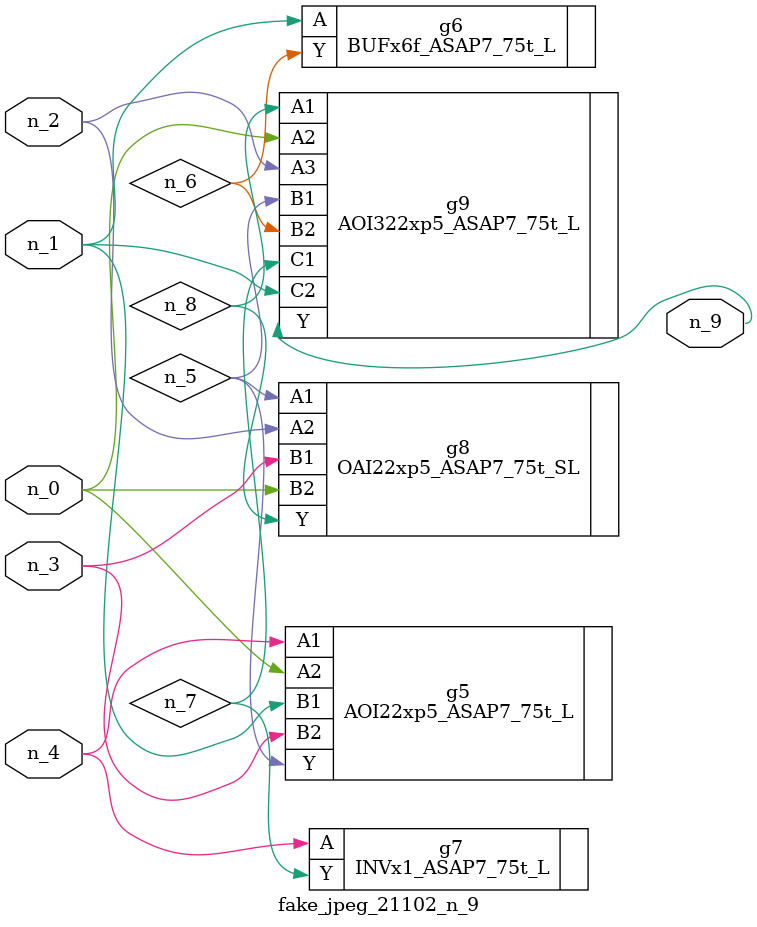
<source format=v>
module fake_jpeg_21102_n_9 (n_3, n_2, n_1, n_0, n_4, n_9);

input n_3;
input n_2;
input n_1;
input n_0;
input n_4;

output n_9;

wire n_8;
wire n_6;
wire n_5;
wire n_7;

AOI22xp5_ASAP7_75t_L g5 ( 
.A1(n_4),
.A2(n_0),
.B1(n_1),
.B2(n_3),
.Y(n_5)
);

BUFx6f_ASAP7_75t_L g6 ( 
.A(n_1),
.Y(n_6)
);

INVx1_ASAP7_75t_L g7 ( 
.A(n_4),
.Y(n_7)
);

OAI22xp5_ASAP7_75t_SL g8 ( 
.A1(n_5),
.A2(n_2),
.B1(n_3),
.B2(n_0),
.Y(n_8)
);

AOI322xp5_ASAP7_75t_L g9 ( 
.A1(n_8),
.A2(n_0),
.A3(n_2),
.B1(n_5),
.B2(n_6),
.C1(n_7),
.C2(n_1),
.Y(n_9)
);


endmodule
</source>
